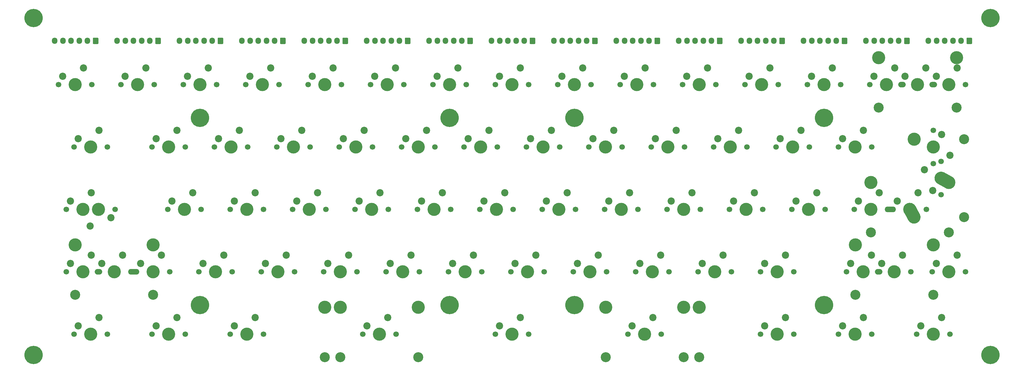
<source format=gbr>
%TF.GenerationSoftware,KiCad,Pcbnew,5.1.8*%
%TF.CreationDate,2021-03-10T22:21:39+13:00*%
%TF.ProjectId,segment_TEST,7365676d-656e-4745-9f54-4553542e6b69,rev?*%
%TF.SameCoordinates,Original*%
%TF.FileFunction,Soldermask,Top*%
%TF.FilePolarity,Negative*%
%FSLAX46Y46*%
G04 Gerber Fmt 4.6, Leading zero omitted, Abs format (unit mm)*
G04 Created by KiCad (PCBNEW 5.1.8) date 2021-03-10 22:21:39*
%MOMM*%
%LPD*%
G01*
G04 APERTURE LIST*
%ADD10C,1.700000*%
%ADD11C,4.000000*%
%ADD12C,2.200000*%
%ADD13C,5.600000*%
%ADD14C,3.600000*%
%ADD15O,3.440000X1.700000*%
%ADD16O,2.335000X1.700000*%
%ADD17C,3.050000*%
%ADD18C,3.049999*%
%ADD19O,3.446250X1.700000*%
%ADD20O,1.700000X1.950000*%
G04 APERTURE END LIST*
D10*
%TO.C,SW30*%
X91757500Y-127000000D03*
D11*
X96837500Y-127000000D03*
D10*
X101917500Y-127000000D03*
D12*
X99377500Y-121920000D03*
X93027500Y-124460000D03*
%TD*%
D11*
%TO.C,SW29*%
X70643750Y-127000000D03*
D10*
X65563750Y-127000000D03*
X75723750Y-127000000D03*
D12*
X74453750Y-129540000D03*
X68103750Y-132080000D03*
D10*
X60801250Y-127000000D03*
D12*
X68421250Y-121920000D03*
D10*
X70961250Y-127000000D03*
D11*
X65881250Y-127000000D03*
D12*
X62071250Y-124460000D03*
%TD*%
%TO.C,SW15*%
X70802500Y-102870000D03*
X64452500Y-105410000D03*
D11*
X68262500Y-107950000D03*
D10*
X63182500Y-107950000D03*
X73342500Y-107950000D03*
%TD*%
%TO.C,SW2*%
X77470000Y-88900000D03*
D11*
X82550000Y-88900000D03*
D10*
X87630000Y-88900000D03*
D12*
X85090000Y-83820000D03*
X78740000Y-86360000D03*
%TD*%
D10*
%TO.C,SW58*%
X86995000Y-165100000D03*
D11*
X92075000Y-165100000D03*
D10*
X97155000Y-165100000D03*
D12*
X94615000Y-160020000D03*
X88265000Y-162560000D03*
%TD*%
%TO.C,SW57*%
X70802500Y-160020000D03*
X64452500Y-162560000D03*
D11*
X68262500Y-165100000D03*
D10*
X63182500Y-165100000D03*
X73342500Y-165100000D03*
%TD*%
D13*
%TO.C,H10*%
X215900000Y-156210000D03*
D14*
X215900000Y-156210000D03*
%TD*%
D13*
%TO.C,H9*%
X177800000Y-156210000D03*
D14*
X177800000Y-156210000D03*
%TD*%
D13*
%TO.C,H8*%
X101600000Y-156210000D03*
D14*
X101600000Y-156210000D03*
%TD*%
D13*
%TO.C,H7*%
X50800000Y-171450000D03*
D14*
X50800000Y-171450000D03*
%TD*%
D13*
%TO.C,H6*%
X342900000Y-68580000D03*
D14*
X342900000Y-68580000D03*
%TD*%
D13*
%TO.C,H5*%
X292100000Y-99060000D03*
D14*
X292100000Y-99060000D03*
%TD*%
D13*
%TO.C,H4*%
X215900000Y-99060000D03*
D14*
X215900000Y-99060000D03*
%TD*%
D13*
%TO.C,H3*%
X177800000Y-99060000D03*
D14*
X177800000Y-99060000D03*
%TD*%
D13*
%TO.C,H2*%
X101600000Y-99060000D03*
D14*
X101600000Y-99060000D03*
%TD*%
D13*
%TO.C,H1*%
X50800000Y-68580000D03*
D14*
X50800000Y-68580000D03*
%TD*%
D15*
%TO.C,SW43*%
X81356250Y-146050000D03*
D16*
X70643750Y-146050000D03*
D11*
X87306250Y-137810000D03*
D17*
X87306250Y-153050000D03*
D12*
X71596250Y-143510000D03*
D17*
X63506250Y-153050000D03*
D12*
X77946250Y-140970000D03*
D11*
X75406250Y-146050000D03*
X63506250Y-137810000D03*
D12*
X68421250Y-140970000D03*
X62071250Y-143510000D03*
D11*
X65881250Y-146050000D03*
D10*
X60801250Y-146050000D03*
%TD*%
%TO.C,SW42*%
G36*
G01*
X317342828Y-125240528D02*
X317342828Y-125240528D01*
G75*
G02*
X320053373Y-126048577I951248J-1759297D01*
G01*
X321337721Y-128423927D01*
G75*
G02*
X320529672Y-131134472I-1759297J-951248D01*
G01*
X320529672Y-131134472D01*
G75*
G02*
X317819127Y-130326423I-951248J1759297D01*
G01*
X316534779Y-127951073D01*
G75*
G02*
X317342828Y-125240528I1759297J951248D01*
G01*
G37*
G36*
G01*
X326059278Y-116524078D02*
X326059278Y-116524078D01*
G75*
G02*
X328769823Y-115716029I1759297J-951248D01*
G01*
X331145173Y-117000377D01*
G75*
G02*
X331953222Y-119710922I-951248J-1759297D01*
G01*
X331953222Y-119710922D01*
G75*
G02*
X329242677Y-120518971I-1759297J951248D01*
G01*
X326867327Y-119234623D01*
G75*
G02*
X326059278Y-116524078I951248J1759297D01*
G01*
G37*
X325437500Y-113030000D03*
X325437500Y-102870000D03*
D11*
X325437500Y-107950000D03*
D12*
X327977500Y-104140000D03*
X330517500Y-110490000D03*
D17*
X334818750Y-129375000D03*
D11*
X319578750Y-105575000D03*
D10*
X327818750Y-112395000D03*
D12*
X325278750Y-121285000D03*
D10*
X327818750Y-122555000D03*
D17*
X334818750Y-105575000D03*
D12*
X322738750Y-114935000D03*
%TD*%
D16*
%TO.C,SW14*%
X325437500Y-88900000D03*
X315912500Y-88900000D03*
D12*
X307340000Y-86360000D03*
X313690000Y-83820000D03*
D11*
X311150000Y-88900000D03*
D10*
X306070000Y-88900000D03*
D11*
X332575000Y-80660000D03*
D17*
X332575000Y-95900000D03*
X308775000Y-95900000D03*
D11*
X308775000Y-80660000D03*
D12*
X323215000Y-83820000D03*
D11*
X320675000Y-88900000D03*
D12*
X316865000Y-86360000D03*
%TD*%
D10*
%TO.C,SW1*%
X58420000Y-88900000D03*
D11*
X63500000Y-88900000D03*
D10*
X68580000Y-88900000D03*
D12*
X66040000Y-83820000D03*
X59690000Y-86360000D03*
%TD*%
D10*
%TO.C,SW3*%
X96520000Y-88900000D03*
D11*
X101600000Y-88900000D03*
D10*
X106680000Y-88900000D03*
D12*
X104140000Y-83820000D03*
X97790000Y-86360000D03*
%TD*%
D10*
%TO.C,SW4*%
X115570000Y-88900000D03*
D11*
X120650000Y-88900000D03*
D10*
X125730000Y-88900000D03*
D12*
X123190000Y-83820000D03*
X116840000Y-86360000D03*
%TD*%
D10*
%TO.C,SW5*%
X134620000Y-88900000D03*
D11*
X139700000Y-88900000D03*
D10*
X144780000Y-88900000D03*
D12*
X142240000Y-83820000D03*
X135890000Y-86360000D03*
%TD*%
D10*
%TO.C,SW6*%
X153670000Y-88900000D03*
D11*
X158750000Y-88900000D03*
D10*
X163830000Y-88900000D03*
D12*
X161290000Y-83820000D03*
X154940000Y-86360000D03*
%TD*%
D10*
%TO.C,SW7*%
X172720000Y-88900000D03*
D11*
X177800000Y-88900000D03*
D10*
X182880000Y-88900000D03*
D12*
X180340000Y-83820000D03*
X173990000Y-86360000D03*
%TD*%
D10*
%TO.C,SW8*%
X191770000Y-88900000D03*
D11*
X196850000Y-88900000D03*
D10*
X201930000Y-88900000D03*
D12*
X199390000Y-83820000D03*
X193040000Y-86360000D03*
%TD*%
D10*
%TO.C,SW9*%
X210820000Y-88900000D03*
D11*
X215900000Y-88900000D03*
D10*
X220980000Y-88900000D03*
D12*
X218440000Y-83820000D03*
X212090000Y-86360000D03*
%TD*%
D10*
%TO.C,SW10*%
X229870000Y-88900000D03*
D11*
X234950000Y-88900000D03*
D10*
X240030000Y-88900000D03*
D12*
X237490000Y-83820000D03*
X231140000Y-86360000D03*
%TD*%
D10*
%TO.C,SW11*%
X248920000Y-88900000D03*
D11*
X254000000Y-88900000D03*
D10*
X259080000Y-88900000D03*
D12*
X256540000Y-83820000D03*
X250190000Y-86360000D03*
%TD*%
D10*
%TO.C,SW12*%
X267970000Y-88900000D03*
D11*
X273050000Y-88900000D03*
D10*
X278130000Y-88900000D03*
D12*
X275590000Y-83820000D03*
X269240000Y-86360000D03*
%TD*%
D10*
%TO.C,SW13*%
X287020000Y-88900000D03*
D11*
X292100000Y-88900000D03*
D10*
X297180000Y-88900000D03*
D12*
X294640000Y-83820000D03*
X288290000Y-86360000D03*
%TD*%
D10*
%TO.C,SW16*%
X86995000Y-107950000D03*
D11*
X92075000Y-107950000D03*
D10*
X97155000Y-107950000D03*
D12*
X94615000Y-102870000D03*
X88265000Y-105410000D03*
%TD*%
D10*
%TO.C,SW17*%
X106045000Y-107950000D03*
D11*
X111125000Y-107950000D03*
D10*
X116205000Y-107950000D03*
D12*
X113665000Y-102870000D03*
X107315000Y-105410000D03*
%TD*%
D10*
%TO.C,SW18*%
X125095000Y-107950000D03*
D11*
X130175000Y-107950000D03*
D10*
X135255000Y-107950000D03*
D12*
X132715000Y-102870000D03*
X126365000Y-105410000D03*
%TD*%
D10*
%TO.C,SW19*%
X144145000Y-107950000D03*
D11*
X149225000Y-107950000D03*
D10*
X154305000Y-107950000D03*
D12*
X151765000Y-102870000D03*
X145415000Y-105410000D03*
%TD*%
D10*
%TO.C,SW20*%
X163195000Y-107950000D03*
D11*
X168275000Y-107950000D03*
D10*
X173355000Y-107950000D03*
D12*
X170815000Y-102870000D03*
X164465000Y-105410000D03*
%TD*%
D10*
%TO.C,SW21*%
X182245000Y-107950000D03*
D11*
X187325000Y-107950000D03*
D10*
X192405000Y-107950000D03*
D12*
X189865000Y-102870000D03*
X183515000Y-105410000D03*
%TD*%
D10*
%TO.C,SW22*%
X201295000Y-107950000D03*
D11*
X206375000Y-107950000D03*
D10*
X211455000Y-107950000D03*
D12*
X208915000Y-102870000D03*
X202565000Y-105410000D03*
%TD*%
D10*
%TO.C,SW23*%
X220345000Y-107950000D03*
D11*
X225425000Y-107950000D03*
D10*
X230505000Y-107950000D03*
D12*
X227965000Y-102870000D03*
X221615000Y-105410000D03*
%TD*%
D10*
%TO.C,SW24*%
X239395000Y-107950000D03*
D11*
X244475000Y-107950000D03*
D10*
X249555000Y-107950000D03*
D12*
X247015000Y-102870000D03*
X240665000Y-105410000D03*
%TD*%
D10*
%TO.C,SW25*%
X258445000Y-107950000D03*
D11*
X263525000Y-107950000D03*
D10*
X268605000Y-107950000D03*
D12*
X266065000Y-102870000D03*
X259715000Y-105410000D03*
%TD*%
D10*
%TO.C,SW26*%
X277495000Y-107950000D03*
D11*
X282575000Y-107950000D03*
D10*
X287655000Y-107950000D03*
D12*
X285115000Y-102870000D03*
X278765000Y-105410000D03*
%TD*%
D10*
%TO.C,SW27*%
X296545000Y-107950000D03*
D11*
X301625000Y-107950000D03*
D10*
X306705000Y-107950000D03*
D12*
X304165000Y-102870000D03*
X297815000Y-105410000D03*
%TD*%
D10*
%TO.C,SW28*%
X325120000Y-88900000D03*
D11*
X330200000Y-88900000D03*
D10*
X335280000Y-88900000D03*
D12*
X332740000Y-83820000D03*
X326390000Y-86360000D03*
%TD*%
D10*
%TO.C,SW31*%
X110807500Y-127000000D03*
D11*
X115887500Y-127000000D03*
D10*
X120967500Y-127000000D03*
D12*
X118427500Y-121920000D03*
X112077500Y-124460000D03*
%TD*%
D10*
%TO.C,SW32*%
X129857500Y-127000000D03*
D11*
X134937500Y-127000000D03*
D10*
X140017500Y-127000000D03*
D12*
X137477500Y-121920000D03*
X131127500Y-124460000D03*
%TD*%
D10*
%TO.C,SW33*%
X148907500Y-127000000D03*
D11*
X153987500Y-127000000D03*
D10*
X159067500Y-127000000D03*
D12*
X156527500Y-121920000D03*
X150177500Y-124460000D03*
%TD*%
D10*
%TO.C,SW34*%
X167957500Y-127000000D03*
D11*
X173037500Y-127000000D03*
D10*
X178117500Y-127000000D03*
D12*
X175577500Y-121920000D03*
X169227500Y-124460000D03*
%TD*%
D10*
%TO.C,SW35*%
X187007500Y-127000000D03*
D11*
X192087500Y-127000000D03*
D10*
X197167500Y-127000000D03*
D12*
X194627500Y-121920000D03*
X188277500Y-124460000D03*
%TD*%
D10*
%TO.C,SW36*%
X206057500Y-127000000D03*
D11*
X211137500Y-127000000D03*
D10*
X216217500Y-127000000D03*
D12*
X213677500Y-121920000D03*
X207327500Y-124460000D03*
%TD*%
D10*
%TO.C,SW37*%
X225107500Y-127000000D03*
D11*
X230187500Y-127000000D03*
D10*
X235267500Y-127000000D03*
D12*
X232727500Y-121920000D03*
X226377500Y-124460000D03*
%TD*%
D10*
%TO.C,SW38*%
X244157500Y-127000000D03*
D11*
X249237500Y-127000000D03*
D10*
X254317500Y-127000000D03*
D12*
X251777500Y-121920000D03*
X245427500Y-124460000D03*
%TD*%
D10*
%TO.C,SW39*%
X263207500Y-127000000D03*
D11*
X268287500Y-127000000D03*
D10*
X273367500Y-127000000D03*
D12*
X270827500Y-121920000D03*
X264477500Y-124460000D03*
%TD*%
D10*
%TO.C,SW40*%
X282257500Y-127000000D03*
D11*
X287337500Y-127000000D03*
D10*
X292417500Y-127000000D03*
D12*
X289877500Y-121920000D03*
X283527500Y-124460000D03*
%TD*%
D10*
%TO.C,SW44*%
X82232500Y-146050000D03*
D11*
X87312500Y-146050000D03*
D10*
X92392500Y-146050000D03*
D12*
X89852500Y-140970000D03*
X83502500Y-143510000D03*
%TD*%
D10*
%TO.C,SW45*%
X101282500Y-146050000D03*
D11*
X106362500Y-146050000D03*
D10*
X111442500Y-146050000D03*
D12*
X108902500Y-140970000D03*
X102552500Y-143510000D03*
%TD*%
D10*
%TO.C,SW46*%
X120332500Y-146050000D03*
D11*
X125412500Y-146050000D03*
D10*
X130492500Y-146050000D03*
D12*
X127952500Y-140970000D03*
X121602500Y-143510000D03*
%TD*%
D10*
%TO.C,SW47*%
X139382500Y-146050000D03*
D11*
X144462500Y-146050000D03*
D10*
X149542500Y-146050000D03*
D12*
X147002500Y-140970000D03*
X140652500Y-143510000D03*
%TD*%
D10*
%TO.C,SW48*%
X158432500Y-146050000D03*
D11*
X163512500Y-146050000D03*
D10*
X168592500Y-146050000D03*
D12*
X166052500Y-140970000D03*
X159702500Y-143510000D03*
%TD*%
D10*
%TO.C,SW49*%
X177482500Y-146050000D03*
D11*
X182562500Y-146050000D03*
D10*
X187642500Y-146050000D03*
D12*
X185102500Y-140970000D03*
X178752500Y-143510000D03*
%TD*%
D10*
%TO.C,SW50*%
X196532500Y-146050000D03*
D11*
X201612500Y-146050000D03*
D10*
X206692500Y-146050000D03*
D12*
X204152500Y-140970000D03*
X197802500Y-143510000D03*
%TD*%
D10*
%TO.C,SW51*%
X215582500Y-146050000D03*
D11*
X220662500Y-146050000D03*
D10*
X225742500Y-146050000D03*
D12*
X223202500Y-140970000D03*
X216852500Y-143510000D03*
%TD*%
D10*
%TO.C,SW52*%
X234632500Y-146050000D03*
D11*
X239712500Y-146050000D03*
D10*
X244792500Y-146050000D03*
D12*
X242252500Y-140970000D03*
X235902500Y-143510000D03*
%TD*%
D10*
%TO.C,SW53*%
X253682500Y-146050000D03*
D11*
X258762500Y-146050000D03*
D10*
X263842500Y-146050000D03*
D12*
X261302500Y-140970000D03*
X254952500Y-143510000D03*
%TD*%
D10*
%TO.C,SW54*%
X272732500Y-146050000D03*
D11*
X277812500Y-146050000D03*
D10*
X282892500Y-146050000D03*
D12*
X280352500Y-140970000D03*
X274002500Y-143510000D03*
%TD*%
%TO.C,SW59*%
X118427500Y-160020000D03*
X112077500Y-162560000D03*
D11*
X115887500Y-165100000D03*
D10*
X110807500Y-165100000D03*
X120967500Y-165100000D03*
%TD*%
D12*
%TO.C,SW60*%
X152558750Y-162560000D03*
D10*
X151288750Y-165100000D03*
D17*
X144468750Y-172100000D03*
D11*
X156368750Y-165100000D03*
X144468750Y-156860000D03*
D12*
X158908750Y-160020000D03*
D17*
X168268750Y-172100000D03*
D10*
X161448750Y-165100000D03*
D11*
X168268750Y-156860000D03*
%TD*%
D12*
%TO.C,SW62*%
X233521250Y-162560000D03*
D10*
X232251250Y-165100000D03*
D17*
X225431250Y-172100000D03*
D11*
X237331250Y-165100000D03*
X225431250Y-156860000D03*
D12*
X239871250Y-160020000D03*
D17*
X249231250Y-172100000D03*
D10*
X242411250Y-165100000D03*
D11*
X249231250Y-156860000D03*
%TD*%
D12*
%TO.C,SW63*%
X280352500Y-160020000D03*
X274002500Y-162560000D03*
D11*
X277812500Y-165100000D03*
D10*
X272732500Y-165100000D03*
X282892500Y-165100000D03*
%TD*%
%TO.C,SW64*%
X296545000Y-165100000D03*
D11*
X301625000Y-165100000D03*
D10*
X306705000Y-165100000D03*
D12*
X304165000Y-160020000D03*
X297815000Y-162560000D03*
%TD*%
%TO.C,SW65*%
X327977500Y-160020000D03*
X321627500Y-162560000D03*
D11*
X325437500Y-165100000D03*
D10*
X320357500Y-165100000D03*
X330517500Y-165100000D03*
%TD*%
D18*
%TO.C,SW61*%
X254000000Y-172100000D03*
X139700000Y-172100000D03*
D11*
X254000000Y-156860000D03*
X139700000Y-156860000D03*
D12*
X193040000Y-162560000D03*
D10*
X201930000Y-165100000D03*
D11*
X196850000Y-165100000D03*
D12*
X199390000Y-160020000D03*
D10*
X191770000Y-165100000D03*
%TD*%
D19*
%TO.C,SW41*%
X312340625Y-127000000D03*
D12*
X308927500Y-121920000D03*
X302577500Y-124460000D03*
D11*
X306387500Y-127000000D03*
D10*
X301307500Y-127000000D03*
D11*
X306393750Y-118760000D03*
D17*
X306393750Y-134000000D03*
D12*
X320833750Y-121920000D03*
D11*
X318293750Y-127000000D03*
D10*
X323373750Y-127000000D03*
D17*
X330193750Y-134000000D03*
D11*
X330193750Y-118760000D03*
D12*
X314483750Y-124460000D03*
%TD*%
D20*
%TO.C,COL0*%
X57250000Y-75565000D03*
X59750000Y-75565000D03*
X62250000Y-75565000D03*
X64750000Y-75565000D03*
X67250000Y-75565000D03*
G36*
G01*
X70600000Y-74840000D02*
X70600000Y-76290000D01*
G75*
G02*
X70350000Y-76540000I-250000J0D01*
G01*
X69150000Y-76540000D01*
G75*
G02*
X68900000Y-76290000I0J250000D01*
G01*
X68900000Y-74840000D01*
G75*
G02*
X69150000Y-74590000I250000J0D01*
G01*
X70350000Y-74590000D01*
G75*
G02*
X70600000Y-74840000I0J-250000D01*
G01*
G37*
%TD*%
%TO.C,COL1*%
X76300000Y-75565000D03*
X78800000Y-75565000D03*
X81300000Y-75565000D03*
X83800000Y-75565000D03*
X86300000Y-75565000D03*
G36*
G01*
X89650000Y-74840000D02*
X89650000Y-76290000D01*
G75*
G02*
X89400000Y-76540000I-250000J0D01*
G01*
X88200000Y-76540000D01*
G75*
G02*
X87950000Y-76290000I0J250000D01*
G01*
X87950000Y-74840000D01*
G75*
G02*
X88200000Y-74590000I250000J0D01*
G01*
X89400000Y-74590000D01*
G75*
G02*
X89650000Y-74840000I0J-250000D01*
G01*
G37*
%TD*%
%TO.C,COL2*%
X95350000Y-75565000D03*
X97850000Y-75565000D03*
X100350000Y-75565000D03*
X102850000Y-75565000D03*
X105350000Y-75565000D03*
G36*
G01*
X108700000Y-74840000D02*
X108700000Y-76290000D01*
G75*
G02*
X108450000Y-76540000I-250000J0D01*
G01*
X107250000Y-76540000D01*
G75*
G02*
X107000000Y-76290000I0J250000D01*
G01*
X107000000Y-74840000D01*
G75*
G02*
X107250000Y-74590000I250000J0D01*
G01*
X108450000Y-74590000D01*
G75*
G02*
X108700000Y-74840000I0J-250000D01*
G01*
G37*
%TD*%
%TO.C,COL3*%
X114400000Y-75565000D03*
X116900000Y-75565000D03*
X119400000Y-75565000D03*
X121900000Y-75565000D03*
X124400000Y-75565000D03*
G36*
G01*
X127750000Y-74840000D02*
X127750000Y-76290000D01*
G75*
G02*
X127500000Y-76540000I-250000J0D01*
G01*
X126300000Y-76540000D01*
G75*
G02*
X126050000Y-76290000I0J250000D01*
G01*
X126050000Y-74840000D01*
G75*
G02*
X126300000Y-74590000I250000J0D01*
G01*
X127500000Y-74590000D01*
G75*
G02*
X127750000Y-74840000I0J-250000D01*
G01*
G37*
%TD*%
%TO.C,COL4*%
X133450000Y-75565000D03*
X135950000Y-75565000D03*
X138450000Y-75565000D03*
X140950000Y-75565000D03*
X143450000Y-75565000D03*
G36*
G01*
X146800000Y-74840000D02*
X146800000Y-76290000D01*
G75*
G02*
X146550000Y-76540000I-250000J0D01*
G01*
X145350000Y-76540000D01*
G75*
G02*
X145100000Y-76290000I0J250000D01*
G01*
X145100000Y-74840000D01*
G75*
G02*
X145350000Y-74590000I250000J0D01*
G01*
X146550000Y-74590000D01*
G75*
G02*
X146800000Y-74840000I0J-250000D01*
G01*
G37*
%TD*%
%TO.C,COL5*%
X152500000Y-75565000D03*
X155000000Y-75565000D03*
X157500000Y-75565000D03*
X160000000Y-75565000D03*
X162500000Y-75565000D03*
G36*
G01*
X165850000Y-74840000D02*
X165850000Y-76290000D01*
G75*
G02*
X165600000Y-76540000I-250000J0D01*
G01*
X164400000Y-76540000D01*
G75*
G02*
X164150000Y-76290000I0J250000D01*
G01*
X164150000Y-74840000D01*
G75*
G02*
X164400000Y-74590000I250000J0D01*
G01*
X165600000Y-74590000D01*
G75*
G02*
X165850000Y-74840000I0J-250000D01*
G01*
G37*
%TD*%
%TO.C,COL6*%
X171550000Y-75565000D03*
X174050000Y-75565000D03*
X176550000Y-75565000D03*
X179050000Y-75565000D03*
X181550000Y-75565000D03*
G36*
G01*
X184900000Y-74840000D02*
X184900000Y-76290000D01*
G75*
G02*
X184650000Y-76540000I-250000J0D01*
G01*
X183450000Y-76540000D01*
G75*
G02*
X183200000Y-76290000I0J250000D01*
G01*
X183200000Y-74840000D01*
G75*
G02*
X183450000Y-74590000I250000J0D01*
G01*
X184650000Y-74590000D01*
G75*
G02*
X184900000Y-74840000I0J-250000D01*
G01*
G37*
%TD*%
%TO.C,COL7*%
X190600000Y-75565000D03*
X193100000Y-75565000D03*
X195600000Y-75565000D03*
X198100000Y-75565000D03*
X200600000Y-75565000D03*
G36*
G01*
X203950000Y-74840000D02*
X203950000Y-76290000D01*
G75*
G02*
X203700000Y-76540000I-250000J0D01*
G01*
X202500000Y-76540000D01*
G75*
G02*
X202250000Y-76290000I0J250000D01*
G01*
X202250000Y-74840000D01*
G75*
G02*
X202500000Y-74590000I250000J0D01*
G01*
X203700000Y-74590000D01*
G75*
G02*
X203950000Y-74840000I0J-250000D01*
G01*
G37*
%TD*%
%TO.C,COL8*%
X209650000Y-75565000D03*
X212150000Y-75565000D03*
X214650000Y-75565000D03*
X217150000Y-75565000D03*
X219650000Y-75565000D03*
G36*
G01*
X223000000Y-74840000D02*
X223000000Y-76290000D01*
G75*
G02*
X222750000Y-76540000I-250000J0D01*
G01*
X221550000Y-76540000D01*
G75*
G02*
X221300000Y-76290000I0J250000D01*
G01*
X221300000Y-74840000D01*
G75*
G02*
X221550000Y-74590000I250000J0D01*
G01*
X222750000Y-74590000D01*
G75*
G02*
X223000000Y-74840000I0J-250000D01*
G01*
G37*
%TD*%
%TO.C,COL9*%
X228700000Y-75565000D03*
X231200000Y-75565000D03*
X233700000Y-75565000D03*
X236200000Y-75565000D03*
X238700000Y-75565000D03*
G36*
G01*
X242050000Y-74840000D02*
X242050000Y-76290000D01*
G75*
G02*
X241800000Y-76540000I-250000J0D01*
G01*
X240600000Y-76540000D01*
G75*
G02*
X240350000Y-76290000I0J250000D01*
G01*
X240350000Y-74840000D01*
G75*
G02*
X240600000Y-74590000I250000J0D01*
G01*
X241800000Y-74590000D01*
G75*
G02*
X242050000Y-74840000I0J-250000D01*
G01*
G37*
%TD*%
%TO.C,COL10*%
X247750000Y-75565000D03*
X250250000Y-75565000D03*
X252750000Y-75565000D03*
X255250000Y-75565000D03*
X257750000Y-75565000D03*
G36*
G01*
X261100000Y-74840000D02*
X261100000Y-76290000D01*
G75*
G02*
X260850000Y-76540000I-250000J0D01*
G01*
X259650000Y-76540000D01*
G75*
G02*
X259400000Y-76290000I0J250000D01*
G01*
X259400000Y-74840000D01*
G75*
G02*
X259650000Y-74590000I250000J0D01*
G01*
X260850000Y-74590000D01*
G75*
G02*
X261100000Y-74840000I0J-250000D01*
G01*
G37*
%TD*%
%TO.C,COL11*%
X266800000Y-75565000D03*
X269300000Y-75565000D03*
X271800000Y-75565000D03*
X274300000Y-75565000D03*
X276800000Y-75565000D03*
G36*
G01*
X280150000Y-74840000D02*
X280150000Y-76290000D01*
G75*
G02*
X279900000Y-76540000I-250000J0D01*
G01*
X278700000Y-76540000D01*
G75*
G02*
X278450000Y-76290000I0J250000D01*
G01*
X278450000Y-74840000D01*
G75*
G02*
X278700000Y-74590000I250000J0D01*
G01*
X279900000Y-74590000D01*
G75*
G02*
X280150000Y-74840000I0J-250000D01*
G01*
G37*
%TD*%
%TO.C,COL12*%
X285850000Y-75565000D03*
X288350000Y-75565000D03*
X290850000Y-75565000D03*
X293350000Y-75565000D03*
X295850000Y-75565000D03*
G36*
G01*
X299200000Y-74840000D02*
X299200000Y-76290000D01*
G75*
G02*
X298950000Y-76540000I-250000J0D01*
G01*
X297750000Y-76540000D01*
G75*
G02*
X297500000Y-76290000I0J250000D01*
G01*
X297500000Y-74840000D01*
G75*
G02*
X297750000Y-74590000I250000J0D01*
G01*
X298950000Y-74590000D01*
G75*
G02*
X299200000Y-74840000I0J-250000D01*
G01*
G37*
%TD*%
%TO.C,COL13*%
X304900000Y-75565000D03*
X307400000Y-75565000D03*
X309900000Y-75565000D03*
X312400000Y-75565000D03*
X314900000Y-75565000D03*
G36*
G01*
X318250000Y-74840000D02*
X318250000Y-76290000D01*
G75*
G02*
X318000000Y-76540000I-250000J0D01*
G01*
X316800000Y-76540000D01*
G75*
G02*
X316550000Y-76290000I0J250000D01*
G01*
X316550000Y-74840000D01*
G75*
G02*
X316800000Y-74590000I250000J0D01*
G01*
X318000000Y-74590000D01*
G75*
G02*
X318250000Y-74840000I0J-250000D01*
G01*
G37*
%TD*%
%TO.C,ROWS*%
X323950000Y-75565000D03*
X326450000Y-75565000D03*
X328950000Y-75565000D03*
X331450000Y-75565000D03*
X333950000Y-75565000D03*
G36*
G01*
X337300000Y-74840000D02*
X337300000Y-76290000D01*
G75*
G02*
X337050000Y-76540000I-250000J0D01*
G01*
X335850000Y-76540000D01*
G75*
G02*
X335600000Y-76290000I0J250000D01*
G01*
X335600000Y-74840000D01*
G75*
G02*
X335850000Y-74590000I250000J0D01*
G01*
X337050000Y-74590000D01*
G75*
G02*
X337300000Y-74840000I0J-250000D01*
G01*
G37*
%TD*%
D13*
%TO.C,H11*%
X292100000Y-156210000D03*
D14*
X292100000Y-156210000D03*
%TD*%
D13*
%TO.C,H12*%
X342900000Y-171450000D03*
D14*
X342900000Y-171450000D03*
%TD*%
D12*
%TO.C,SW55*%
X306546250Y-140970000D03*
D11*
X304006250Y-146050000D03*
D12*
X300196250Y-143510000D03*
D10*
X298926250Y-146050000D03*
D11*
X325431250Y-137810000D03*
D12*
X316071250Y-140970000D03*
D17*
X301631250Y-153050000D03*
X325431250Y-153050000D03*
D11*
X313531250Y-146050000D03*
D12*
X309721250Y-143510000D03*
D10*
X318611250Y-146050000D03*
D11*
X301631250Y-137810000D03*
D16*
X308768750Y-146050000D03*
%TD*%
D12*
%TO.C,SW56*%
X326390000Y-143510000D03*
X332740000Y-140970000D03*
D10*
X335280000Y-146050000D03*
D11*
X330200000Y-146050000D03*
D10*
X325120000Y-146050000D03*
%TD*%
M02*

</source>
